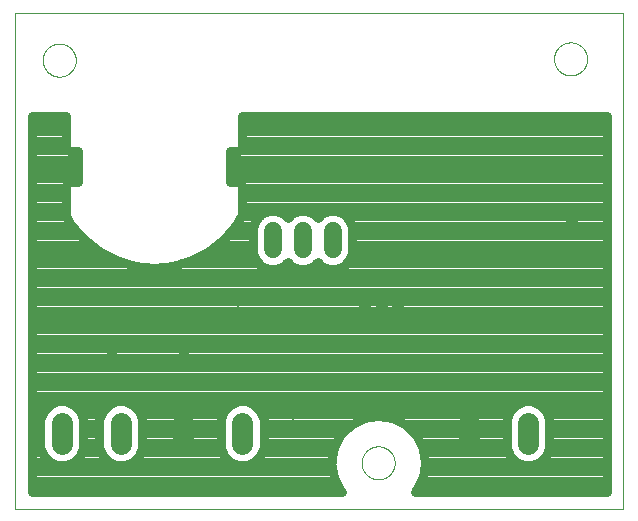
<source format=gbl>
G75*
%MOIN*%
%OFA0B0*%
%FSLAX25Y25*%
%IPPOS*%
%LPD*%
%AMOC8*
5,1,8,0,0,1.08239X$1,22.5*
%
%ADD10C,0.00000*%
%ADD11C,0.06000*%
%ADD12C,0.07050*%
%ADD13R,0.03962X0.03962*%
%ADD14C,0.04000*%
%ADD15C,0.03150*%
D10*
X0083315Y0083451D02*
X0083315Y0248806D01*
X0286071Y0248806D01*
X0286071Y0083451D01*
X0083315Y0083451D01*
X0198787Y0098688D02*
X0198789Y0098836D01*
X0198795Y0098984D01*
X0198805Y0099132D01*
X0198819Y0099279D01*
X0198837Y0099426D01*
X0198858Y0099572D01*
X0198884Y0099718D01*
X0198914Y0099863D01*
X0198947Y0100007D01*
X0198985Y0100150D01*
X0199026Y0100292D01*
X0199071Y0100433D01*
X0199119Y0100573D01*
X0199172Y0100712D01*
X0199228Y0100849D01*
X0199288Y0100984D01*
X0199351Y0101118D01*
X0199418Y0101250D01*
X0199489Y0101380D01*
X0199563Y0101508D01*
X0199640Y0101634D01*
X0199721Y0101758D01*
X0199805Y0101880D01*
X0199892Y0101999D01*
X0199983Y0102116D01*
X0200077Y0102231D01*
X0200173Y0102343D01*
X0200273Y0102453D01*
X0200375Y0102559D01*
X0200481Y0102663D01*
X0200589Y0102764D01*
X0200700Y0102862D01*
X0200813Y0102958D01*
X0200929Y0103050D01*
X0201047Y0103139D01*
X0201168Y0103224D01*
X0201291Y0103307D01*
X0201416Y0103386D01*
X0201543Y0103462D01*
X0201672Y0103534D01*
X0201803Y0103603D01*
X0201936Y0103668D01*
X0202071Y0103729D01*
X0202207Y0103787D01*
X0202344Y0103842D01*
X0202483Y0103892D01*
X0202624Y0103939D01*
X0202765Y0103982D01*
X0202908Y0104022D01*
X0203052Y0104057D01*
X0203196Y0104089D01*
X0203342Y0104116D01*
X0203488Y0104140D01*
X0203635Y0104160D01*
X0203782Y0104176D01*
X0203929Y0104188D01*
X0204077Y0104196D01*
X0204225Y0104200D01*
X0204373Y0104200D01*
X0204521Y0104196D01*
X0204669Y0104188D01*
X0204816Y0104176D01*
X0204963Y0104160D01*
X0205110Y0104140D01*
X0205256Y0104116D01*
X0205402Y0104089D01*
X0205546Y0104057D01*
X0205690Y0104022D01*
X0205833Y0103982D01*
X0205974Y0103939D01*
X0206115Y0103892D01*
X0206254Y0103842D01*
X0206391Y0103787D01*
X0206527Y0103729D01*
X0206662Y0103668D01*
X0206795Y0103603D01*
X0206926Y0103534D01*
X0207055Y0103462D01*
X0207182Y0103386D01*
X0207307Y0103307D01*
X0207430Y0103224D01*
X0207551Y0103139D01*
X0207669Y0103050D01*
X0207785Y0102958D01*
X0207898Y0102862D01*
X0208009Y0102764D01*
X0208117Y0102663D01*
X0208223Y0102559D01*
X0208325Y0102453D01*
X0208425Y0102343D01*
X0208521Y0102231D01*
X0208615Y0102116D01*
X0208706Y0101999D01*
X0208793Y0101880D01*
X0208877Y0101758D01*
X0208958Y0101634D01*
X0209035Y0101508D01*
X0209109Y0101380D01*
X0209180Y0101250D01*
X0209247Y0101118D01*
X0209310Y0100984D01*
X0209370Y0100849D01*
X0209426Y0100712D01*
X0209479Y0100573D01*
X0209527Y0100433D01*
X0209572Y0100292D01*
X0209613Y0100150D01*
X0209651Y0100007D01*
X0209684Y0099863D01*
X0209714Y0099718D01*
X0209740Y0099572D01*
X0209761Y0099426D01*
X0209779Y0099279D01*
X0209793Y0099132D01*
X0209803Y0098984D01*
X0209809Y0098836D01*
X0209811Y0098688D01*
X0209809Y0098540D01*
X0209803Y0098392D01*
X0209793Y0098244D01*
X0209779Y0098097D01*
X0209761Y0097950D01*
X0209740Y0097804D01*
X0209714Y0097658D01*
X0209684Y0097513D01*
X0209651Y0097369D01*
X0209613Y0097226D01*
X0209572Y0097084D01*
X0209527Y0096943D01*
X0209479Y0096803D01*
X0209426Y0096664D01*
X0209370Y0096527D01*
X0209310Y0096392D01*
X0209247Y0096258D01*
X0209180Y0096126D01*
X0209109Y0095996D01*
X0209035Y0095868D01*
X0208958Y0095742D01*
X0208877Y0095618D01*
X0208793Y0095496D01*
X0208706Y0095377D01*
X0208615Y0095260D01*
X0208521Y0095145D01*
X0208425Y0095033D01*
X0208325Y0094923D01*
X0208223Y0094817D01*
X0208117Y0094713D01*
X0208009Y0094612D01*
X0207898Y0094514D01*
X0207785Y0094418D01*
X0207669Y0094326D01*
X0207551Y0094237D01*
X0207430Y0094152D01*
X0207307Y0094069D01*
X0207182Y0093990D01*
X0207055Y0093914D01*
X0206926Y0093842D01*
X0206795Y0093773D01*
X0206662Y0093708D01*
X0206527Y0093647D01*
X0206391Y0093589D01*
X0206254Y0093534D01*
X0206115Y0093484D01*
X0205974Y0093437D01*
X0205833Y0093394D01*
X0205690Y0093354D01*
X0205546Y0093319D01*
X0205402Y0093287D01*
X0205256Y0093260D01*
X0205110Y0093236D01*
X0204963Y0093216D01*
X0204816Y0093200D01*
X0204669Y0093188D01*
X0204521Y0093180D01*
X0204373Y0093176D01*
X0204225Y0093176D01*
X0204077Y0093180D01*
X0203929Y0093188D01*
X0203782Y0093200D01*
X0203635Y0093216D01*
X0203488Y0093236D01*
X0203342Y0093260D01*
X0203196Y0093287D01*
X0203052Y0093319D01*
X0202908Y0093354D01*
X0202765Y0093394D01*
X0202624Y0093437D01*
X0202483Y0093484D01*
X0202344Y0093534D01*
X0202207Y0093589D01*
X0202071Y0093647D01*
X0201936Y0093708D01*
X0201803Y0093773D01*
X0201672Y0093842D01*
X0201543Y0093914D01*
X0201416Y0093990D01*
X0201291Y0094069D01*
X0201168Y0094152D01*
X0201047Y0094237D01*
X0200929Y0094326D01*
X0200813Y0094418D01*
X0200700Y0094514D01*
X0200589Y0094612D01*
X0200481Y0094713D01*
X0200375Y0094817D01*
X0200273Y0094923D01*
X0200173Y0095033D01*
X0200077Y0095145D01*
X0199983Y0095260D01*
X0199892Y0095377D01*
X0199805Y0095496D01*
X0199721Y0095618D01*
X0199640Y0095742D01*
X0199563Y0095868D01*
X0199489Y0095996D01*
X0199418Y0096126D01*
X0199351Y0096258D01*
X0199288Y0096392D01*
X0199228Y0096527D01*
X0199172Y0096664D01*
X0199119Y0096803D01*
X0199071Y0096943D01*
X0199026Y0097084D01*
X0198985Y0097226D01*
X0198947Y0097369D01*
X0198914Y0097513D01*
X0198884Y0097658D01*
X0198858Y0097804D01*
X0198837Y0097950D01*
X0198819Y0098097D01*
X0198805Y0098244D01*
X0198795Y0098392D01*
X0198789Y0098540D01*
X0198787Y0098688D01*
X0262921Y0233333D02*
X0262923Y0233481D01*
X0262929Y0233629D01*
X0262939Y0233777D01*
X0262953Y0233924D01*
X0262971Y0234071D01*
X0262992Y0234217D01*
X0263018Y0234363D01*
X0263048Y0234508D01*
X0263081Y0234652D01*
X0263119Y0234795D01*
X0263160Y0234937D01*
X0263205Y0235078D01*
X0263253Y0235218D01*
X0263306Y0235357D01*
X0263362Y0235494D01*
X0263422Y0235629D01*
X0263485Y0235763D01*
X0263552Y0235895D01*
X0263623Y0236025D01*
X0263697Y0236153D01*
X0263774Y0236279D01*
X0263855Y0236403D01*
X0263939Y0236525D01*
X0264026Y0236644D01*
X0264117Y0236761D01*
X0264211Y0236876D01*
X0264307Y0236988D01*
X0264407Y0237098D01*
X0264509Y0237204D01*
X0264615Y0237308D01*
X0264723Y0237409D01*
X0264834Y0237507D01*
X0264947Y0237603D01*
X0265063Y0237695D01*
X0265181Y0237784D01*
X0265302Y0237869D01*
X0265425Y0237952D01*
X0265550Y0238031D01*
X0265677Y0238107D01*
X0265806Y0238179D01*
X0265937Y0238248D01*
X0266070Y0238313D01*
X0266205Y0238374D01*
X0266341Y0238432D01*
X0266478Y0238487D01*
X0266617Y0238537D01*
X0266758Y0238584D01*
X0266899Y0238627D01*
X0267042Y0238667D01*
X0267186Y0238702D01*
X0267330Y0238734D01*
X0267476Y0238761D01*
X0267622Y0238785D01*
X0267769Y0238805D01*
X0267916Y0238821D01*
X0268063Y0238833D01*
X0268211Y0238841D01*
X0268359Y0238845D01*
X0268507Y0238845D01*
X0268655Y0238841D01*
X0268803Y0238833D01*
X0268950Y0238821D01*
X0269097Y0238805D01*
X0269244Y0238785D01*
X0269390Y0238761D01*
X0269536Y0238734D01*
X0269680Y0238702D01*
X0269824Y0238667D01*
X0269967Y0238627D01*
X0270108Y0238584D01*
X0270249Y0238537D01*
X0270388Y0238487D01*
X0270525Y0238432D01*
X0270661Y0238374D01*
X0270796Y0238313D01*
X0270929Y0238248D01*
X0271060Y0238179D01*
X0271189Y0238107D01*
X0271316Y0238031D01*
X0271441Y0237952D01*
X0271564Y0237869D01*
X0271685Y0237784D01*
X0271803Y0237695D01*
X0271919Y0237603D01*
X0272032Y0237507D01*
X0272143Y0237409D01*
X0272251Y0237308D01*
X0272357Y0237204D01*
X0272459Y0237098D01*
X0272559Y0236988D01*
X0272655Y0236876D01*
X0272749Y0236761D01*
X0272840Y0236644D01*
X0272927Y0236525D01*
X0273011Y0236403D01*
X0273092Y0236279D01*
X0273169Y0236153D01*
X0273243Y0236025D01*
X0273314Y0235895D01*
X0273381Y0235763D01*
X0273444Y0235629D01*
X0273504Y0235494D01*
X0273560Y0235357D01*
X0273613Y0235218D01*
X0273661Y0235078D01*
X0273706Y0234937D01*
X0273747Y0234795D01*
X0273785Y0234652D01*
X0273818Y0234508D01*
X0273848Y0234363D01*
X0273874Y0234217D01*
X0273895Y0234071D01*
X0273913Y0233924D01*
X0273927Y0233777D01*
X0273937Y0233629D01*
X0273943Y0233481D01*
X0273945Y0233333D01*
X0273943Y0233185D01*
X0273937Y0233037D01*
X0273927Y0232889D01*
X0273913Y0232742D01*
X0273895Y0232595D01*
X0273874Y0232449D01*
X0273848Y0232303D01*
X0273818Y0232158D01*
X0273785Y0232014D01*
X0273747Y0231871D01*
X0273706Y0231729D01*
X0273661Y0231588D01*
X0273613Y0231448D01*
X0273560Y0231309D01*
X0273504Y0231172D01*
X0273444Y0231037D01*
X0273381Y0230903D01*
X0273314Y0230771D01*
X0273243Y0230641D01*
X0273169Y0230513D01*
X0273092Y0230387D01*
X0273011Y0230263D01*
X0272927Y0230141D01*
X0272840Y0230022D01*
X0272749Y0229905D01*
X0272655Y0229790D01*
X0272559Y0229678D01*
X0272459Y0229568D01*
X0272357Y0229462D01*
X0272251Y0229358D01*
X0272143Y0229257D01*
X0272032Y0229159D01*
X0271919Y0229063D01*
X0271803Y0228971D01*
X0271685Y0228882D01*
X0271564Y0228797D01*
X0271441Y0228714D01*
X0271316Y0228635D01*
X0271189Y0228559D01*
X0271060Y0228487D01*
X0270929Y0228418D01*
X0270796Y0228353D01*
X0270661Y0228292D01*
X0270525Y0228234D01*
X0270388Y0228179D01*
X0270249Y0228129D01*
X0270108Y0228082D01*
X0269967Y0228039D01*
X0269824Y0227999D01*
X0269680Y0227964D01*
X0269536Y0227932D01*
X0269390Y0227905D01*
X0269244Y0227881D01*
X0269097Y0227861D01*
X0268950Y0227845D01*
X0268803Y0227833D01*
X0268655Y0227825D01*
X0268507Y0227821D01*
X0268359Y0227821D01*
X0268211Y0227825D01*
X0268063Y0227833D01*
X0267916Y0227845D01*
X0267769Y0227861D01*
X0267622Y0227881D01*
X0267476Y0227905D01*
X0267330Y0227932D01*
X0267186Y0227964D01*
X0267042Y0227999D01*
X0266899Y0228039D01*
X0266758Y0228082D01*
X0266617Y0228129D01*
X0266478Y0228179D01*
X0266341Y0228234D01*
X0266205Y0228292D01*
X0266070Y0228353D01*
X0265937Y0228418D01*
X0265806Y0228487D01*
X0265677Y0228559D01*
X0265550Y0228635D01*
X0265425Y0228714D01*
X0265302Y0228797D01*
X0265181Y0228882D01*
X0265063Y0228971D01*
X0264947Y0229063D01*
X0264834Y0229159D01*
X0264723Y0229257D01*
X0264615Y0229358D01*
X0264509Y0229462D01*
X0264407Y0229568D01*
X0264307Y0229678D01*
X0264211Y0229790D01*
X0264117Y0229905D01*
X0264026Y0230022D01*
X0263939Y0230141D01*
X0263855Y0230263D01*
X0263774Y0230387D01*
X0263697Y0230513D01*
X0263623Y0230641D01*
X0263552Y0230771D01*
X0263485Y0230903D01*
X0263422Y0231037D01*
X0263362Y0231172D01*
X0263306Y0231309D01*
X0263253Y0231448D01*
X0263205Y0231588D01*
X0263160Y0231729D01*
X0263119Y0231871D01*
X0263081Y0232014D01*
X0263048Y0232158D01*
X0263018Y0232303D01*
X0262992Y0232449D01*
X0262971Y0232595D01*
X0262953Y0232742D01*
X0262939Y0232889D01*
X0262929Y0233037D01*
X0262923Y0233185D01*
X0262921Y0233333D01*
X0092488Y0232940D02*
X0092490Y0233088D01*
X0092496Y0233236D01*
X0092506Y0233384D01*
X0092520Y0233531D01*
X0092538Y0233678D01*
X0092559Y0233824D01*
X0092585Y0233970D01*
X0092615Y0234115D01*
X0092648Y0234259D01*
X0092686Y0234402D01*
X0092727Y0234544D01*
X0092772Y0234685D01*
X0092820Y0234825D01*
X0092873Y0234964D01*
X0092929Y0235101D01*
X0092989Y0235236D01*
X0093052Y0235370D01*
X0093119Y0235502D01*
X0093190Y0235632D01*
X0093264Y0235760D01*
X0093341Y0235886D01*
X0093422Y0236010D01*
X0093506Y0236132D01*
X0093593Y0236251D01*
X0093684Y0236368D01*
X0093778Y0236483D01*
X0093874Y0236595D01*
X0093974Y0236705D01*
X0094076Y0236811D01*
X0094182Y0236915D01*
X0094290Y0237016D01*
X0094401Y0237114D01*
X0094514Y0237210D01*
X0094630Y0237302D01*
X0094748Y0237391D01*
X0094869Y0237476D01*
X0094992Y0237559D01*
X0095117Y0237638D01*
X0095244Y0237714D01*
X0095373Y0237786D01*
X0095504Y0237855D01*
X0095637Y0237920D01*
X0095772Y0237981D01*
X0095908Y0238039D01*
X0096045Y0238094D01*
X0096184Y0238144D01*
X0096325Y0238191D01*
X0096466Y0238234D01*
X0096609Y0238274D01*
X0096753Y0238309D01*
X0096897Y0238341D01*
X0097043Y0238368D01*
X0097189Y0238392D01*
X0097336Y0238412D01*
X0097483Y0238428D01*
X0097630Y0238440D01*
X0097778Y0238448D01*
X0097926Y0238452D01*
X0098074Y0238452D01*
X0098222Y0238448D01*
X0098370Y0238440D01*
X0098517Y0238428D01*
X0098664Y0238412D01*
X0098811Y0238392D01*
X0098957Y0238368D01*
X0099103Y0238341D01*
X0099247Y0238309D01*
X0099391Y0238274D01*
X0099534Y0238234D01*
X0099675Y0238191D01*
X0099816Y0238144D01*
X0099955Y0238094D01*
X0100092Y0238039D01*
X0100228Y0237981D01*
X0100363Y0237920D01*
X0100496Y0237855D01*
X0100627Y0237786D01*
X0100756Y0237714D01*
X0100883Y0237638D01*
X0101008Y0237559D01*
X0101131Y0237476D01*
X0101252Y0237391D01*
X0101370Y0237302D01*
X0101486Y0237210D01*
X0101599Y0237114D01*
X0101710Y0237016D01*
X0101818Y0236915D01*
X0101924Y0236811D01*
X0102026Y0236705D01*
X0102126Y0236595D01*
X0102222Y0236483D01*
X0102316Y0236368D01*
X0102407Y0236251D01*
X0102494Y0236132D01*
X0102578Y0236010D01*
X0102659Y0235886D01*
X0102736Y0235760D01*
X0102810Y0235632D01*
X0102881Y0235502D01*
X0102948Y0235370D01*
X0103011Y0235236D01*
X0103071Y0235101D01*
X0103127Y0234964D01*
X0103180Y0234825D01*
X0103228Y0234685D01*
X0103273Y0234544D01*
X0103314Y0234402D01*
X0103352Y0234259D01*
X0103385Y0234115D01*
X0103415Y0233970D01*
X0103441Y0233824D01*
X0103462Y0233678D01*
X0103480Y0233531D01*
X0103494Y0233384D01*
X0103504Y0233236D01*
X0103510Y0233088D01*
X0103512Y0232940D01*
X0103510Y0232792D01*
X0103504Y0232644D01*
X0103494Y0232496D01*
X0103480Y0232349D01*
X0103462Y0232202D01*
X0103441Y0232056D01*
X0103415Y0231910D01*
X0103385Y0231765D01*
X0103352Y0231621D01*
X0103314Y0231478D01*
X0103273Y0231336D01*
X0103228Y0231195D01*
X0103180Y0231055D01*
X0103127Y0230916D01*
X0103071Y0230779D01*
X0103011Y0230644D01*
X0102948Y0230510D01*
X0102881Y0230378D01*
X0102810Y0230248D01*
X0102736Y0230120D01*
X0102659Y0229994D01*
X0102578Y0229870D01*
X0102494Y0229748D01*
X0102407Y0229629D01*
X0102316Y0229512D01*
X0102222Y0229397D01*
X0102126Y0229285D01*
X0102026Y0229175D01*
X0101924Y0229069D01*
X0101818Y0228965D01*
X0101710Y0228864D01*
X0101599Y0228766D01*
X0101486Y0228670D01*
X0101370Y0228578D01*
X0101252Y0228489D01*
X0101131Y0228404D01*
X0101008Y0228321D01*
X0100883Y0228242D01*
X0100756Y0228166D01*
X0100627Y0228094D01*
X0100496Y0228025D01*
X0100363Y0227960D01*
X0100228Y0227899D01*
X0100092Y0227841D01*
X0099955Y0227786D01*
X0099816Y0227736D01*
X0099675Y0227689D01*
X0099534Y0227646D01*
X0099391Y0227606D01*
X0099247Y0227571D01*
X0099103Y0227539D01*
X0098957Y0227512D01*
X0098811Y0227488D01*
X0098664Y0227468D01*
X0098517Y0227452D01*
X0098370Y0227440D01*
X0098222Y0227432D01*
X0098074Y0227428D01*
X0097926Y0227428D01*
X0097778Y0227432D01*
X0097630Y0227440D01*
X0097483Y0227452D01*
X0097336Y0227468D01*
X0097189Y0227488D01*
X0097043Y0227512D01*
X0096897Y0227539D01*
X0096753Y0227571D01*
X0096609Y0227606D01*
X0096466Y0227646D01*
X0096325Y0227689D01*
X0096184Y0227736D01*
X0096045Y0227786D01*
X0095908Y0227841D01*
X0095772Y0227899D01*
X0095637Y0227960D01*
X0095504Y0228025D01*
X0095373Y0228094D01*
X0095244Y0228166D01*
X0095117Y0228242D01*
X0094992Y0228321D01*
X0094869Y0228404D01*
X0094748Y0228489D01*
X0094630Y0228578D01*
X0094514Y0228670D01*
X0094401Y0228766D01*
X0094290Y0228864D01*
X0094182Y0228965D01*
X0094076Y0229069D01*
X0093974Y0229175D01*
X0093874Y0229285D01*
X0093778Y0229397D01*
X0093684Y0229512D01*
X0093593Y0229629D01*
X0093506Y0229748D01*
X0093422Y0229870D01*
X0093341Y0229994D01*
X0093264Y0230120D01*
X0093190Y0230248D01*
X0093119Y0230378D01*
X0093052Y0230510D01*
X0092989Y0230644D01*
X0092929Y0230779D01*
X0092873Y0230916D01*
X0092820Y0231055D01*
X0092772Y0231195D01*
X0092727Y0231336D01*
X0092686Y0231478D01*
X0092648Y0231621D01*
X0092615Y0231765D01*
X0092585Y0231910D01*
X0092559Y0232056D01*
X0092538Y0232202D01*
X0092520Y0232349D01*
X0092506Y0232496D01*
X0092496Y0232644D01*
X0092490Y0232792D01*
X0092488Y0232940D01*
D11*
X0169103Y0175940D02*
X0169103Y0169940D01*
X0179103Y0169940D02*
X0179103Y0175940D01*
X0189103Y0175940D02*
X0189103Y0169940D01*
D12*
X0159024Y0112055D02*
X0159024Y0105005D01*
X0139339Y0105005D02*
X0139339Y0112055D01*
X0118473Y0112055D02*
X0118473Y0105005D01*
X0098788Y0105005D02*
X0098788Y0112055D01*
X0234614Y0112055D02*
X0234614Y0105005D01*
X0254299Y0105005D02*
X0254299Y0112055D01*
D13*
X0210992Y0138058D03*
X0210992Y0143963D03*
X0205481Y0143963D03*
X0199969Y0143963D03*
X0199969Y0149869D03*
X0205481Y0149869D03*
X0210992Y0149869D03*
X0268866Y0161286D03*
X0268866Y0169160D03*
X0268866Y0177428D03*
X0269260Y0203412D03*
X0269260Y0211680D03*
D14*
X0175756Y0111286D03*
X0139693Y0135735D03*
X0157449Y0148885D03*
X0115717Y0135696D03*
D15*
X0117060Y0119155D02*
X0114451Y0118074D01*
X0112454Y0116077D01*
X0111373Y0113467D01*
X0111373Y0103593D01*
X0112454Y0100983D01*
X0114451Y0098986D01*
X0117060Y0097905D01*
X0119885Y0097905D01*
X0122494Y0098986D01*
X0124492Y0100983D01*
X0125572Y0103593D01*
X0125572Y0113467D01*
X0124492Y0116077D01*
X0122494Y0118074D01*
X0119885Y0119155D01*
X0117060Y0119155D01*
X0114340Y0117963D02*
X0102921Y0117963D01*
X0102809Y0118074D02*
X0100200Y0119155D01*
X0097375Y0119155D01*
X0094766Y0118074D01*
X0092769Y0116077D01*
X0091688Y0113467D01*
X0091688Y0103593D01*
X0092769Y0100983D01*
X0094766Y0098986D01*
X0097375Y0097905D01*
X0100200Y0097905D01*
X0102809Y0098986D01*
X0104807Y0100983D01*
X0105887Y0103593D01*
X0105887Y0113467D01*
X0104807Y0116077D01*
X0102809Y0118074D01*
X0105329Y0114815D02*
X0111931Y0114815D01*
X0111373Y0111666D02*
X0105887Y0111666D01*
X0105887Y0108518D02*
X0111373Y0108518D01*
X0111373Y0105370D02*
X0105887Y0105370D01*
X0105320Y0102222D02*
X0111941Y0102222D01*
X0114363Y0099074D02*
X0102897Y0099074D01*
X0094678Y0099074D02*
X0088890Y0099074D01*
X0088890Y0102222D02*
X0092256Y0102222D01*
X0091688Y0105370D02*
X0088890Y0105370D01*
X0088890Y0108518D02*
X0091688Y0108518D01*
X0091688Y0111666D02*
X0088890Y0111666D01*
X0088890Y0114815D02*
X0092246Y0114815D01*
X0094654Y0117963D02*
X0088890Y0117963D01*
X0088890Y0121111D02*
X0280496Y0121111D01*
X0280496Y0124259D02*
X0088890Y0124259D01*
X0088890Y0127407D02*
X0280496Y0127407D01*
X0280496Y0130555D02*
X0088890Y0130555D01*
X0088890Y0133703D02*
X0280496Y0133703D01*
X0280496Y0136851D02*
X0088890Y0136851D01*
X0088890Y0139999D02*
X0280496Y0139999D01*
X0280496Y0143148D02*
X0088890Y0143148D01*
X0088890Y0146296D02*
X0280496Y0146296D01*
X0280496Y0149444D02*
X0088890Y0149444D01*
X0088890Y0152592D02*
X0280496Y0152592D01*
X0280496Y0155740D02*
X0088890Y0155740D01*
X0088890Y0158888D02*
X0280496Y0158888D01*
X0280496Y0162036D02*
X0088890Y0162036D01*
X0088890Y0165184D02*
X0120293Y0165184D01*
X0123080Y0164362D02*
X0116898Y0166186D01*
X0116898Y0166186D01*
X0111176Y0169151D01*
X0111176Y0169151D01*
X0106121Y0173149D01*
X0106121Y0173149D01*
X0106121Y0173149D01*
X0101918Y0178036D01*
X0101918Y0178036D01*
X0100700Y0180167D01*
X0100132Y0180734D01*
X0100132Y0181160D01*
X0099936Y0181504D01*
X0100132Y0182225D01*
X0100132Y0191279D01*
X0101224Y0192371D01*
X0104132Y0192371D01*
X0104132Y0202642D01*
X0101224Y0202642D01*
X0100132Y0203734D01*
X0100132Y0213288D01*
X0099936Y0214009D01*
X0100089Y0214278D01*
X0088890Y0214278D01*
X0088890Y0089026D01*
X0192151Y0089026D01*
X0191667Y0089510D01*
X0191667Y0089510D01*
X0189450Y0093863D01*
X0189450Y0093863D01*
X0188685Y0098688D01*
X0188685Y0098688D01*
X0189450Y0103513D01*
X0189450Y0103513D01*
X0191667Y0107865D01*
X0191667Y0107865D01*
X0195122Y0111320D01*
X0195122Y0111320D01*
X0199474Y0113538D01*
X0199474Y0113538D01*
X0204299Y0114302D01*
X0204299Y0114302D01*
X0209124Y0113538D01*
X0209125Y0113538D01*
X0213477Y0111320D01*
X0213477Y0111320D01*
X0216932Y0107865D01*
X0219149Y0103513D01*
X0219914Y0098688D01*
X0219914Y0098688D01*
X0219149Y0093863D01*
X0219149Y0093863D01*
X0216932Y0089510D01*
X0216932Y0089510D01*
X0216448Y0089026D01*
X0280496Y0089026D01*
X0280496Y0214278D01*
X0158903Y0214278D01*
X0159057Y0214009D01*
X0158860Y0213288D01*
X0158860Y0203734D01*
X0157768Y0202642D01*
X0154860Y0202642D01*
X0154860Y0192371D01*
X0157768Y0192371D01*
X0158860Y0191279D01*
X0158860Y0182225D01*
X0159057Y0181504D01*
X0158860Y0181160D01*
X0158860Y0180734D01*
X0158293Y0180167D01*
X0157075Y0178036D01*
X0157075Y0178036D01*
X0152872Y0173149D01*
X0152872Y0173149D01*
X0152872Y0173149D01*
X0147817Y0169151D01*
X0147817Y0169151D01*
X0142094Y0166186D01*
X0142094Y0166186D01*
X0135912Y0164362D01*
X0135912Y0164362D01*
X0129496Y0163747D01*
X0129496Y0163747D01*
X0123080Y0164362D01*
X0123080Y0164362D01*
X0112755Y0168333D02*
X0088890Y0168333D01*
X0088890Y0171481D02*
X0108230Y0171481D01*
X0104848Y0174629D02*
X0088890Y0174629D01*
X0088890Y0177777D02*
X0102140Y0177777D01*
X0100132Y0180925D02*
X0088890Y0180925D01*
X0088890Y0184073D02*
X0100132Y0184073D01*
X0100132Y0187221D02*
X0088890Y0187221D01*
X0088890Y0190369D02*
X0100132Y0190369D01*
X0104132Y0193517D02*
X0088890Y0193517D01*
X0088890Y0196666D02*
X0104132Y0196666D01*
X0104132Y0199814D02*
X0088890Y0199814D01*
X0088890Y0202962D02*
X0100905Y0202962D01*
X0100132Y0206110D02*
X0088890Y0206110D01*
X0088890Y0209258D02*
X0100132Y0209258D01*
X0100132Y0212406D02*
X0088890Y0212406D01*
X0138699Y0165184D02*
X0164560Y0165184D01*
X0165378Y0164366D02*
X0167795Y0163365D01*
X0170410Y0163365D01*
X0172827Y0164366D01*
X0174103Y0165641D01*
X0175378Y0164366D01*
X0177795Y0163365D01*
X0180410Y0163365D01*
X0182827Y0164366D01*
X0184103Y0165641D01*
X0185378Y0164366D01*
X0187795Y0163365D01*
X0190410Y0163365D01*
X0192827Y0164366D01*
X0194676Y0166215D01*
X0195677Y0168632D01*
X0195677Y0177247D01*
X0194676Y0179664D01*
X0192827Y0181513D01*
X0190410Y0182514D01*
X0187795Y0182514D01*
X0185378Y0181513D01*
X0184103Y0180238D01*
X0182827Y0181513D01*
X0180410Y0182514D01*
X0177795Y0182514D01*
X0175378Y0181513D01*
X0174103Y0180238D01*
X0172827Y0181513D01*
X0170410Y0182514D01*
X0167795Y0182514D01*
X0165378Y0181513D01*
X0163529Y0179664D01*
X0162528Y0177247D01*
X0162528Y0168632D01*
X0163529Y0166215D01*
X0165378Y0164366D01*
X0162652Y0168333D02*
X0146238Y0168333D01*
X0150763Y0171481D02*
X0162528Y0171481D01*
X0162528Y0174629D02*
X0154145Y0174629D01*
X0156852Y0177777D02*
X0162747Y0177777D01*
X0164790Y0180925D02*
X0158860Y0180925D01*
X0158860Y0184073D02*
X0280496Y0184073D01*
X0280496Y0180925D02*
X0193415Y0180925D01*
X0195458Y0177777D02*
X0280496Y0177777D01*
X0280496Y0174629D02*
X0195677Y0174629D01*
X0195677Y0171481D02*
X0280496Y0171481D01*
X0280496Y0168333D02*
X0195553Y0168333D01*
X0193646Y0165184D02*
X0280496Y0165184D01*
X0280496Y0187221D02*
X0158860Y0187221D01*
X0158860Y0190369D02*
X0280496Y0190369D01*
X0280496Y0193517D02*
X0154860Y0193517D01*
X0154860Y0196666D02*
X0280496Y0196666D01*
X0280496Y0199814D02*
X0154860Y0199814D01*
X0158088Y0202962D02*
X0280496Y0202962D01*
X0280496Y0206110D02*
X0158860Y0206110D01*
X0158860Y0209258D02*
X0280496Y0209258D01*
X0280496Y0212406D02*
X0158860Y0212406D01*
X0173415Y0180925D02*
X0174790Y0180925D01*
X0183415Y0180925D02*
X0184790Y0180925D01*
X0184560Y0165184D02*
X0183646Y0165184D01*
X0174560Y0165184D02*
X0173646Y0165184D01*
X0160436Y0119155D02*
X0157612Y0119155D01*
X0155002Y0118074D01*
X0153005Y0116077D01*
X0151924Y0113467D01*
X0151924Y0103593D01*
X0153005Y0100983D01*
X0155002Y0098986D01*
X0157612Y0097905D01*
X0160436Y0097905D01*
X0163046Y0098986D01*
X0165043Y0100983D01*
X0166124Y0103593D01*
X0166124Y0113467D01*
X0165043Y0116077D01*
X0163046Y0118074D01*
X0160436Y0119155D01*
X0163157Y0117963D02*
X0250166Y0117963D01*
X0250278Y0118074D02*
X0248281Y0116077D01*
X0247200Y0113467D01*
X0247200Y0103593D01*
X0248281Y0100983D01*
X0250278Y0098986D01*
X0252887Y0097905D01*
X0255712Y0097905D01*
X0258321Y0098986D01*
X0260318Y0100983D01*
X0261399Y0103593D01*
X0261399Y0113467D01*
X0260318Y0116077D01*
X0258321Y0118074D01*
X0255712Y0119155D01*
X0252887Y0119155D01*
X0250278Y0118074D01*
X0247758Y0114815D02*
X0165566Y0114815D01*
X0166124Y0111666D02*
X0195802Y0111666D01*
X0192320Y0108518D02*
X0166124Y0108518D01*
X0166124Y0105370D02*
X0190396Y0105370D01*
X0189245Y0102222D02*
X0165556Y0102222D01*
X0163133Y0099074D02*
X0188746Y0099074D01*
X0189123Y0095926D02*
X0088890Y0095926D01*
X0088890Y0092778D02*
X0190002Y0092778D01*
X0191606Y0089630D02*
X0088890Y0089630D01*
X0122582Y0099074D02*
X0154915Y0099074D01*
X0152492Y0102222D02*
X0125005Y0102222D01*
X0125572Y0105370D02*
X0151924Y0105370D01*
X0151924Y0108518D02*
X0125572Y0108518D01*
X0125572Y0111666D02*
X0151924Y0111666D01*
X0152482Y0114815D02*
X0125015Y0114815D01*
X0122606Y0117963D02*
X0154891Y0117963D01*
X0212797Y0111666D02*
X0247200Y0111666D01*
X0247200Y0108518D02*
X0216279Y0108518D01*
X0218203Y0105370D02*
X0247200Y0105370D01*
X0247768Y0102222D02*
X0219354Y0102222D01*
X0219852Y0099074D02*
X0250190Y0099074D01*
X0258409Y0099074D02*
X0280496Y0099074D01*
X0280496Y0102222D02*
X0260831Y0102222D01*
X0261399Y0105370D02*
X0280496Y0105370D01*
X0280496Y0108518D02*
X0261399Y0108518D01*
X0261399Y0111666D02*
X0280496Y0111666D01*
X0280496Y0114815D02*
X0260841Y0114815D01*
X0258433Y0117963D02*
X0280496Y0117963D01*
X0280496Y0095926D02*
X0219476Y0095926D01*
X0218597Y0092778D02*
X0280496Y0092778D01*
X0280496Y0089630D02*
X0216993Y0089630D01*
M02*

</source>
